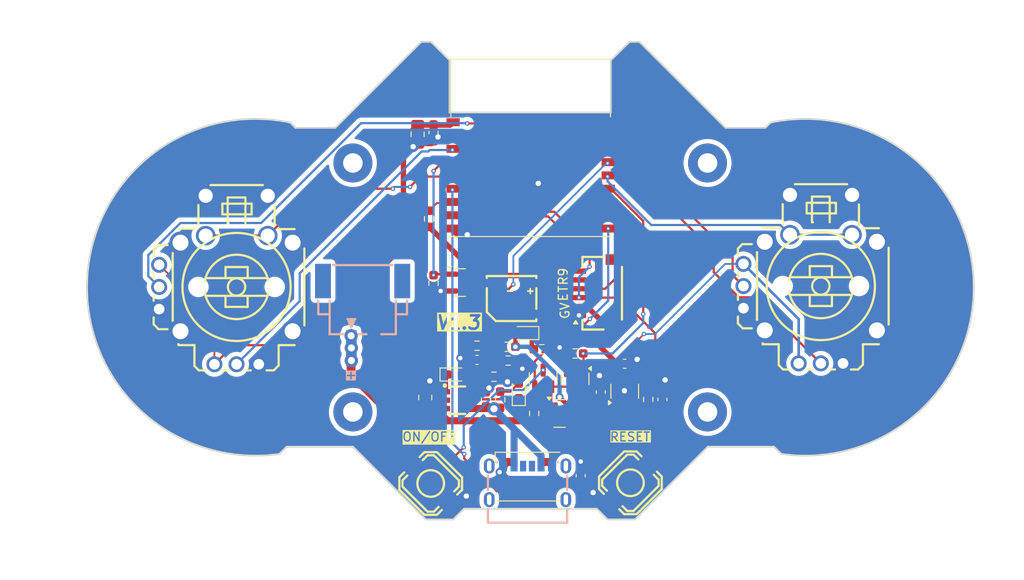
<source format=kicad_pcb>
(kicad_pcb (version 20240108) (generator "pcbnew") (generator_version "8.0")
  (layers (0 "F.Cu" signal) (31 "B.Cu" signal) (34 "B.Paste" user) (35 "F.Paste" user) (36 "B.SilkS" user "B.Silkscreen") (37 "F.SilkS" user "F.Silkscreen") (38 "B.Mask" user) (39 "F.Mask" user) (44 "Edge.Cuts" user))
  (net 0 "")
  (net 1 "/EN")
  (net 2 "GND")
  (net 3 "+3V3")
  (net 4 "Net-(U1-VCC)")
  (net 5 "+BATT")
  (net 6 "Net-(C6-Pad1)")
  (net 7 "VCC")
  (net 8 "Net-(Q1-G)")
  (net 9 "Net-(D1-K)")
  (net 10 "Net-(D1-A)")
  (net 11 "Net-(D2-K)")
  (net 15 "Net-(U1-PROG)")
  (net 16 "/TXD")
  (net 17 "/RXD")
  (net 18 "/IO9")
  (net 19 "/RGB")
  (net 20 "/POWER_EN")
  (net 21 "/ADC1_CH4")
  (net 22 "/ADC1_CH3")
  (net 23 "/ADC1_CH1")
  (net 24 "/ADC1_CH2")
  (net 25 "Net-(U4-IO8)")
  (net 26 "Net-(D4-C)")
  (net 27 "/KEY")
  (net 28 "/R_BUTTON")
  (net 29 "Net-(D5-K)")
  (net 31 "/ADC1_CH0")
  (net 32 "/BEEPER")
  (net 33 "/L_BUTTON")
  (net 35 "Net-(BUZZER2--)")
  (footprint "LED_SMD:LED_WS2812B_PLCC4_5.0x5.0mm_P3.2mm" (layer "F.Cu") (at 123 102.3 180)
    (property "Reference" "D3" (hide yes))
    (property "Value" "WS2812B")
  )
  (footprint "Package_TO_SOT_SMD:SOT-23" (layer "F.Cu") (at 115.3575 80.4)
    (property "Reference" "Q3" (hide yes))
    (property "Value" "AllPower__AP2300")
  )
  (footprint "Capacitor_SMD:C_0603_1608Metric_Pad1.08x0.95mm_HandSolder" (layer "F.Cu") (at 118.3125 93.575 90)
    (property "Reference" "C4" (hide yes))
    (property "Value" "1u" (hide yes))
  )
  (footprint "kicadLib:CONN-SMD_6P-P1.00_XYECONN_XY-SH1.0-6A61" (layer "F.Cu") (at 130.8 81.6 90)
    (property "Reference" "J3" (hide yes))
    (property "Value" "Conn_01x06")
  )
  (footprint "Package_TO_SOT_SMD:SOT-23-5" (layer "F.Cu") (at 133.9625 92.6625 90)
    (property "Reference" "U3" (hide yes))
    (property "Value" "XC6220B331MR")
  )
  (footprint "MountingHole:MountingHole_2.2mm_M2_Pad" (layer "F.Cu") (at 103.3 95)
    (property "Reference" "H1" (hide yes))
    (property "Value" "MountingHole" (hide yes))
  )
  (footprint "Resistor_SMD:R_0603_1608Metric_Pad0.98x0.95mm_HandSolder" (layer "F.Cu") (at 112.4 80.475 90)
    (property "Reference" "R11" (hide yes))
    (property "Value" "33k")
  )
  (footprint "Package_TO_SOT_SMD:SOT-23" (layer "F.Cu") (at 128.3625 91.2625 -90)
    (property "Reference" "Q2" (hide yes))
    (property "Value" "AllPower__AP2300")
  )
  (footprint "Capacitor_SMD:C_0603_1608Metric_Pad1.08x0.95mm_HandSolder" (layer "F.Cu") (at 131.2625 92.7625 90)
    (property "Reference" "C7" (hide yes))
    (property "Value" "1u")
  )
  (footprint "espController:SW-SMD_L6.0-W6.0-P6.00-LS6.6" (layer "F.Cu") (at 134.6 103 45)
    (property "Reference" "SW1" (hide yes))
    (property "Value" "TS-1199A-B-B")
  )
  (footprint "espController:SW-TH_RKJXV1224005" (layer "F.Cu") (at 88.978 80.111 180)
    (property "Reference" "SW2" (hide yes))
    (property "Value" "RKJXV1224005")
  )
  (footprint "Resistor_SMD:R_0603_1608Metric_Pad0.98x0.95mm_HandSolder" (layer "F.Cu") (at 136.6125 93.5875 90)
    (property "Reference" "R1" (hide yes))
    (property "Value" "10k")
  )
  (footprint "Resistor_SMD:R_0603_1608Metric_Pad0.98x0.95mm_HandSolder" (layer "F.Cu") (at 124.6125 87.925)
    (property "Reference" "R10" (hide yes))
    (property "Value" "5k")
  )
  (footprint "Resistor_SMD:R_0603_1608Metric_Pad0.98x0.95mm_HandSolder" (layer "F.Cu") (at 119.9125 93.625 90)
    (property "Reference" "R3" (hide yes))
    (property "Value" "1k" (hide yes))
  )
  (footprint "Resistor_SMD:R_0603_1608Metric_Pad0.98x0.95mm_HandSolder" (layer "F.Cu") (at 120.8125 89.203989 180)
    (property "Reference" "R6" (hide yes))
    (property "Value" "3m")
  )
  (footprint "Resistor_SMD:R_0603_1608Metric_Pad0.98x0.95mm_HandSolder" (layer "F.Cu") (at 123.75 95.175 90)
    (property "Reference" "R8" (hide yes))
    (property "Value" "33k")
  )
  (footprint "LED_SMD:LED_0603_1608Metric_Pad1.05x0.95mm_HandSolder" (layer "F.Cu") (at 122.0125 92.625 90)
    (property "Reference" "D2" (hide yes))
    (property "Value" "BLUE" (hide yes))
  )
  (footprint "Capacitor_SMD:C_0805_2012Metric_Pad1.18x1.45mm_HandSolder" (layer "F.Cu") (at 110.6 63.6625 -90)
    (property "Reference" "C2" (hide yes))
    (property "Value" "10u")
  )
  (footprint "Capacitor_SMD:C_0603_1608Metric_Pad1.08x0.95mm_HandSolder" (layer "F.Cu") (at 117.3 89.125 180)
    (property "Reference" "C6" (hide yes))
    (property "Value" "100n")
  )
  (footprint "Capacitor_SMD:C_0603_1608Metric_Pad1.08x0.95mm_HandSolder" (layer "F.Cu") (at 138.2125 93.5875 90)
    (property "Reference" "C1" (hide yes))
    (property "Value" "100n")
  )
  (footprint "MountingHole:MountingHole_2.2mm_M2_Pad" (layer "F.Cu") (at 143.3 95)
    (property "Reference" "H3" (hide yes))
    (property "Value" "MountingHole" (hide yes))
  )
  (footprint "LED_SMD:LED_0603_1608Metric_Pad1.05x0.95mm_HandSolder" (layer "F.Cu") (at 122.6125 86.1 180)
    (property "Reference" "D5" (hide yes))
    (property "Value" "GREEN")
  )
  (footprint "MountingHole:MountingHole_2.2mm_M2_Pad" (layer "F.Cu") (at 103.3 66.9)
    (property "Reference" "H4" (hide yes))
    (property "Value" "MountingHole" (hide yes))
  )
  (footprint "Resistor_SMD:R_0603_1608Metric_Pad0.98x0.95mm_HandSolder" (layer "F.Cu") (at 119.2125 91.025 180)
    (property "Reference" "R4" (hide yes))
    (property "Value" "1.5k" (hide yes))
  )
  (footprint "espController:SW-SMD_L6.0-W6.0-P6.00-LS6.6" (layer "F.Cu") (at 112.07868 103.07868 135)
    (property "Reference" "SW5" (hide yes))
    (property "Value" "TS-1199A-B-B")
  )
  (footprint "Package_TO_SOT_SMD:SOT-23" (layer "F.Cu") (at 124.7625 91.2125 90)
    (property "Reference" "D4" (hide yes))
    (property "Value" "BAT54C")
  )
  (footprint "Resistor_SMD:R_0603_1608Metric_Pad0.98x0.95mm_HandSolder" (layer "F.Cu") (at 117.3 87.525)
    (property "Reference" "R7" (hide yes))
    (property "Value" "1k")
  )
  (footprint "LED_SMD:LED_0603_1608Metric_Pad1.05x0.95mm_HandSolder" (layer "F.Cu") (at 114.7875 90.775)
    (property "Reference" "D1" (hide yes))
    (property "Value" "RED" (hide yes))
  )
  (footprint "Package_TO_SOT_SMD:SOT-23" (layer "F.Cu") (at 126.6125 95.175)
    (property "Reference" "Q1" (hide yes))
    (property "Value" "AO3401")
  )
  (footprint "espController:ESP32-C3-WROOM-02" (layer "F.Cu") (at 123.35 68.2)
    (property "Reference" "U4" (hide yes))
    (property "Value" "ESP32-C3-WROOM-02-N4")
  )
  (footprint "Capacitor_SMD:C_0603_1608Metric_Pad1.08x0.95mm_HandSolder" (layer "F.Cu") (at 129 102.2 -90)
    (property "Reference" "C11" (hide yes))
    (property "Value" "100n")
  )
  (footprint "Resistor_SMD:R_0603_1608Metric_Pad0.98x0.95mm_HandSolder" (layer "F.Cu") (at 120.722022 87.645)
    (property "Reference" "R5" (hide yes))
    (property "Value" "2m")
  )
  (footprint "Capacitor_SMD:C_0805_2012Metric_Pad1.18x1.45mm_HandSolder" (layer "F.Cu") (at 111.4625 93.375 90)
    (property "Reference" "C5" (hide yes))
    (property "Value" "10u" (hide yes))
  )
  (footprint "espController:SW-TH_RKJXV1224005" (layer "F.Cu") (at 154.878 80.011 180)
    (property "Reference" "SW3" (hide yes))
    (property "Value" "RKJXV1224005")
  )
  (footprint "Resistor_SMD:R_0603_1608Metric_Pad0.98x0.95mm_HandSolder" (layer "F.Cu") (at 111.9 73.2 -90)
    (property "Reference" "R2" (hide yes))
    (property "Value" "10k")
  )
  (footprint "espController:SOT-23-6_L2.9-W1.6-P0.95-LS2.8-BR" (layer "F.Cu") (at 115.0625 93.675 180)
    (property "Reference" "U1" (hide yes))
    (property "Value" "TP4059" (hide yes))
  )
  (footprint "Resistor_SMD:R_0603_1608Metric_Pad0.98x0.95mm_HandSolder" (layer "F.Cu") (at 128.3625 88.4)
    (property "Reference" "R9" (hide yes))
    (property "Value" "33k")
  )
  (footprint "MountingHole:MountingHole_2.2mm_M2_Pad" (layer "F.Cu") (at 143.3 66.9)
    (property "Reference" "H2" (hide yes))
    (property "Value" "MountingHole" (hide yes))
  )
  (footprint "Capacitor_SMD:C_0603_1608Metric_Pad1.08x0.95mm_HandSolder" (layer "F.Cu") (at 133.9625 89.5625)
    (property "Reference" "C9" (hide yes))
    (property "Value" "1u")
  )
  (footprint "espController:BUZ-SMD_L5.0-W5.5-P4.60" (layer "F.Cu") (at 121.2 82.2 180)
    (property "Reference" "BUZZER2" (hide yes))
    (property "Value" "MLT-5020_COPY")
  )
  (footprint "Capacitor_SMD:C_0603_1608Metric_Pad1.08x0.95mm_HandSolder" (layer "F.Cu") (at 112.4 63.4625 -90)
    (property "Reference" "C3" (hide yes))
    (property "Value" "100n")
  )
  (footprint "bat_rf:USB-C-SMD_HX-TYPE-C-6PIN" (layer "B.Cu") (at 123 103 180)
    (property "Reference" "J1" (hide yes))
    (property "Value" "USB_C_Receptacle_PowerOnly_6P" (hide yes))
  )
  (footprint "espController:CONN-SMD_2P-P2.54-XH2.54-WT" (layer "B.Cu") (at 104.4 84)
    (property "Reference" "J2" (hide yes))
    (property "Value" "Bat")
  )
  (gr_line (start 135.619887 53.230006) (end 134.519912 53.230006) (stroke (width 0.2)) (layer "Edge.Cuts"))
  (gr_line (start 114.2 61.2) (end 114.2 55.3) (stroke (width 0.2)) (layer "Edge.Cuts"))
  (gr_line (start 134.519912 53.230006) (end 132.4 55.3) (stroke (width 0.2)) (layer "Edge.Cuts"))
  (gr_line (start 150.414172 62.335823) (end 149.819963 62.930006) (stroke (width 0.2)) (layer "Edge.Cuts"))
  (gr_line (start 112.119861 53.230006) (end 111.019912 53.230006) (stroke (width 0.2)) (layer "Edge.Cuts"))
  (gr_line (start 145.319887 62.930006) (end 135.619887 53.230006) (stroke (width 0.2)) (layer "Edge.Cuts"))
  (gr_line (start 95.011446 99.738421) (end 95.011505 99.738413) (stroke (width 0.2)) (layer "Edge.Cuts"))
  (gr_line (start 114.619938 107.130082) (end 115.819861 105.930006) (stroke (width 0.2)) (layer "Edge.Cuts"))
  (gr_line (start 130.819912 105.930006) (end 132.019963 107.130082) (stroke (width 0.2)) (layer "Edge.Cuts"))
  (gr_arc (start 95.011448 99.738419) (mid 73.32999 80.313514) (end 96.225677 62.335748) (stroke (width 0.2)) (layer "Edge.Cuts"))
  (gr_line (start 150.414222 62.335747) (end 150.414172 62.335823) (stroke (width 0.2)) (layer "Edge.Cuts"))
  (gr_line (start 143.320014 98.930006) (end 150.819963 98.930006) (stroke (width 0.2)) (layer "Edge.Cuts"))
  (gr_line (start 114.2 55.3) (end 112.119861 53.230006) (stroke (width 0.2)) (layer "Edge.Cuts"))
  (gr_line (start 115.819861 105.930006) (end 123.319963 105.930006) (stroke (width 0.2)) (layer "Edge.Cuts"))
  (gr_line (start 132.019963 107.130082) (end 135.119938 107.130082) (stroke (width 0.2)) (layer "Edge.Cuts"))
  (gr_line (start 95.011429 99.738439) (end 95.011446 99.738421) (stroke (width 0.2)) (layer "Edge.Cuts"))
  (gr_line (start 123.319963 105.930006) (end 130.819912 105.930006) (stroke (width 0.2)) (layer "Edge.Cuts"))
  (gr_line (start 149.819963 62.930006) (end 145.319887 62.930006) (stroke (width 0.2)) (layer "Edge.Cuts"))
  (gr_line (start 111.519836 107.130082) (end 114.619938 107.130082) (stroke (width 0.2)) (layer "Edge.Cuts"))
  (gr_line (start 95.819811 98.930006) (end 103.319887 98.930006) (stroke (width 0.2)) (layer "Edge.Cuts"))
  (gr_line (start 150.819963 98.930006) (end 151.628336 99.738405) (stroke (width 0.2)) (layer "Edge.Cuts"))
  (gr_line (start 96.819811 62.930006) (end 96.225627 62.335823) (stroke (width 0.2)) (layer "Edge.Cuts"))
  (gr_arc (start 150.414222 62.335747) (mid 173.310074 80.313567) (end 151.628336 99.738405) (stroke (width 0.2)) (layer "Edge.Cuts"))
  (gr_line (start 103.319887 98.930006) (end 111.519836 107.130082) (stroke (width 0.2)) (layer "Edge.Cuts"))
  (gr_line (start 135.119938 107.130082) (end 143.320014 98.930006) (stroke (width 0.2)) (layer "Edge.Cuts"))
  (gr_line (start 96.225627 62.335823) (end 96.225677 62.335748) (stroke (width 0.2)) (layer "Edge.Cuts"))
  (gr_line (start 132.4 61.2) (end 114.2 61.2) (stroke (width 0.2)) (layer "Edge.Cuts"))
  (gr_line (start 95.011505 99.738413) (end 95.011429 99.738439) (stroke (width 0.2)) (layer "Edge.Cuts"))
  (gr_line (start 111.019912 53.230006) (end 101.319887 62.930006) (stroke (width 0.2)) (layer "Edge.Cuts"))
  (gr_line (start 101.319887 62.930006) (end 96.819811 62.930006) (stroke (width 0.2)) (layer "Edge.Cuts"))
  (gr_line (start 95.011448 99.738419) (end 95.819811 98.930006) (stroke (width 0.2)) (layer "Edge.Cuts"))
  (gr_line (start 132.4 55.3) (end 132.4 61.2) (stroke (width 0.2)) (layer "Edge.Cuts"))
  (gr_text "+" (at 103.8 91.4 -0) (layer "B.SilkS" knockout) (effects (font (size 1 1)) (justify left bottom mirror)))
  (gr_text "T" (at 127.6 81.6 90) (layer "F.SilkS") (effects (font (size 1 1)) (justify left bottom)))
  (gr_text "V1.3" (at 112.6 85.8 0) (layer "F.SilkS" knockout) (effects (font (size 1.5 1.5) (thickness 0.3) (bold yes) (italic yes)) (justify left bottom)))
  (gr_text "9" (at 127.6 79.8 90) (layer "F.SilkS") (effects (font (size 1 1)) (justify left bottom)))
  (gr_text "G" (at 127.8 84.6 90) (layer "F.SilkS") (effects (font (size 1 1)) (justify left bottom)))
  (gr_text "E" (at 127.6 82.6 90) (layer "F.SilkS") (effects (font (size 1 1)) (justify left bottom)))
  (gr_text "R" (at 127.6 80.8 90) (layer "F.SilkS") (effects (font (size 1 1)) (justify left bottom)))
  (gr_text "ON/OFF" (at 108.8 98.4 0) (layer "F.SilkS" knockout) (effects (font (size 1 1)) (justify left bottom)))
  (gr_text "RESET" (at 132.2 98.4 0) (layer "F.SilkS" knockout) (effects (font (size 1 1)) (justify left bottom)))
  (gr_text "V" (at 127.8 83.6 90) (layer "F.SilkS") (effects (font (size 1 1)) (justify left bottom)))
  (segment (start 138.1625 94.5) (end 138.2125 94.45) (width 0.6) (layer "F.Cu") (net 1))
  (segment (start 126 72.4) (end 123.8 72.4) (width 0.25) (layer "F.Cu") (net 1))
  (segment (start 136.6125 94.5) (end 136.6125 100.76986) (width 0.25) (layer "F.Cu") (net 1))
  (segment (start 137.4125 86.136153) (end 137.4125 94.3) (width 0.25) (layer "F.Cu") (net 1))
  (segment (start 136.6125 94.5) (end 137.6125 94.5) (width 0.6) (layer "F.Cu") (net 1))
  (segment (start 137.4125 94.3) (end 137.6125 94.5) (width 0.25) (layer "F.Cu") (net 1))
  (segment (start 130.002494 78.598753) (end 130.002494 76.402494) (width 0.25) (layer "F.Cu") (net 1))
  (segment (start 136.6125 100.76986) (end 136.72132 100.87868) (width 0.25) (layer "F.Cu") (net 1))
  (segment (start 130.002494 76.402494) (end 126 72.4) (width 0.25) (layer "F.Cu") (net 1))
  (segment (start 137.6125 94.5) (end 138.1625 94.5) (width 0.6) (layer "F.Cu") (net 1))
  (segment (start 115.332822 63.932822) (end 114.525107 63.932822) (width 0.25) (layer "F.Cu") (net 1))
  (segment (start 128.8 82.1) (end 133.376347 82.1) (width 0.25) (layer "F.Cu") (net 1))
  (segment (start 133.376347 82.1) (end 137.4125 86.136153) (width 0.25) (layer "F.Cu") (net 1))
  (segment (start 123.8 72.4) (end 115.332822 63.932822) (width 0.25) (layer "F.Cu") (net 1))
  (via (at 130.002494 78.598753) (size 0.5) (drill 0.25) (layers "F.Cu" "B.Cu") (net 1))
  (via (at 128.8 82.1) (size 0.5) (drill 0.25) (layers "F.Cu" "B.Cu") (net 1))
  (segment (start 130.002494 78.598753) (end 128.8 79.801247) (width 0.25) (layer "B.Cu") (net 1))
  (segment (start 128.8 79.801247) (end 128.8 82.1) (width 0.25) (layer "B.Cu") (net 1))
  (segment (start 126 88.4) (end 125.525 87.925) (width 0.5) (layer "F.Cu") (net 2))
  (segment (start 119.848624 101.793644) (end 120.55 101.092268) (width 0.5) (layer "F.Cu") (net 2))
  (segment (start 125.41 69.6) (end 125.41 68.5) (width 0.5) (layer "F.Cu") (net 2))
  (segment (start 134.865242 89.5625) (end 134.825 89.5625) (width 0.6) (layer "F.Cu") (net 2))
  (segment (start 123.21 67.4) (end 125.41 67.4) (width 0.25) (layer "F.Cu") (net 2))
  (segment (start 133.9625 93.8) (end 133.9625 92.647786) (width 0.6) (layer "F.Cu") (net 2))
  (segment (start 112.6 64.325) (end 110.975 64.325) (width 0.6) (layer "F.Cu") (net 2))
  (segment (start 125.41 67.4) (end 125.41 68.5) (width 0.25) (layer "F.Cu") (net 2))
  (segment (start 121.725 89.4375) (end 122.4125 90.125) (width 0.5) (layer "F.Cu") (net 2))
  (segment (start 115.6125 89.125) (end 115.4125 88.925) (width 0.5) (layer "F.Cu") (net 2))
  (segment (start 120.155237 91.025) (end 120.737501 91.607264) (width 0.5) (layer "F.Cu") (net 2))
  (segment (start 125.36 68.1) (end 125.31 68.1) (width 0.6) (layer "F.Cu") (net 2))
  (segment (start 111.4625 92.013048) (end 111.4625 92.3375) (width 0.6) (layer "F.Cu") (net 2))
  (segment (start 121.725 89.203989) (end 121.725 89.4375) (width 0.5) (layer "F.Cu") (net 2))
  (segment (start 125.36 68.1) (end 124.26 68.1) (width 0.6) (layer "F.Cu") (net 2))
  (segment (start 120.125 91.025) (end 120.155237 91.025) (width 0.5) (layer "F.Cu") (net 2))
  (segment (start 120.55 101.092268) (end 120.55 100.65) (width 0.5) (layer "F.Cu") (net 2))
  (segment (start 110.975 64.325) (end 110.6 64.7) (width 0.6) (layer "F.Cu") (net 2))
  (segment (start 127.45 90.2875) (end 127.4125 90.325) (width 0.5) (layer "F.Cu") (net 2))
  (segment (start 114.3 105.2) (end 115.4 105.2) (width 0.6) (layer "F.Cu") (net 2))
  (segment (start 127.2875 88.4) (end 126.6125 87.725) (width 0.5) (layer "F.Cu") (net 2))
  (segment (start 129 101.3375) (end 129 100.6) (width 0.5) (layer "F.Cu") (net 2))
  (segment (start 118.3125 92.634141) (end 118.650351 92.29629) (width 0.5) (layer "F.Cu") (net 2))
  (segment (start 114.42 81.35) (end 113.2 81.35) (width 0.3) (layer "F.Cu") (net 2))
  (segment (start 133.9625 92.647786) (end 133.923177 92.608463) (width 0.6) (layer "F.Cu") (net 2))
  (segment (start 126.4125 87.925) (end 126.6125 87.725) (width 0.5) (layer "F.Cu") (net 2))
  (segment (start 127.45 88.4) (end 127.45 90.2875) (width 0.5) (layer "F.Cu") (net 2))
  (segment (start 138.2125 92.725) (end 138.2125 91.6875) (width 0.6) (layer "F.Cu") (net 2))
  (segment (start 112.6 64.625) (end 111.275 64.625) (width 0.6) (layer "F.Cu") (net 2))
  (segment (start 113.1625 81.3875) (end 113.2 81.35) (width 0.5) (layer "F.Cu") (net 2))
  (segment (start 138.2125 91.6875) (end 138.5125 91.3875) (width 0.6) (layer "F.Cu") (net 2))
  (segment (start 111.981524 91.494024) (end 111.4625 92.013048) (width 0.6) (layer "F.Cu") (net 2))
  (segment (start 112.6 64.325) (end 112.6 64.2625) (width 0.6) (layer "F.Cu") (net 2))
  (segment (start 112.4 81.3875) (end 113.1625 81.3875) (width 0.5) (layer "F.Cu") (net 2))
  (segment (start 112.8125 93.675) (end 113.7125 93.675) (width 0.6) (layer "F.Cu") (net 2))
  (segment (start 115.092285 75) (end 116.2 75) (width 0.6) (layer "F.Cu") (net 2))
  (segment (start 115.4 105.2) (end 116.1 104.5) (width 0.6) (layer "F.Cu") (net 2))
  (segment (start 124.26 68.1) (end 123.16 69.2) (width 0.6) (layer "F.Cu") (net 2))
  (segment (start 123.21 67.4) (end 123.21 68.5) (width 0.25) (layer "F.Cu") (net 2))
  (segment (start 125.525 87.925) (end 126.4125 87.925) (width 0.5) (layer "F.Cu") (net 2))
  (segment (start 127.45 88.4) (end 127.2875 88.4) (width 0.5) (layer "F.Cu") (net 2))
  (segment (start 111.981524 92.844024) (end 112.8125 93.675) (width 0.6) (layer "F.Cu") (net 2))
  (segment (start 125.36 68.1) (end 123.16 68.1) (width 0.6) (layer "F.Cu") (net 2))
  (segment (start 125.31 68.1) (end 124.21 69.2) (width 0.6) (layer "F.Cu") (net 2))
  (segment (start 112.6 64.2625) (end 112.9 63.9625) (width 0.6) (layer "F.Cu") (net 2))
  (segment (start 127.45 88.4) (end 126 88.4) (width 0.5) (layer "F.Cu") (net 2))
  (segment (start 111.981524 91.494024) (end 111.981524 92.844024) (width 0.6) (layer "F.Cu") (net 2))
  (segment (start 118.3125 92.7125) (end 118.3125 92.634141) (width 0.5) (layer "F.Cu") (net 2))
  (segment (start 131.52132 105.22132) (end 130.4 104.1) (width 0.6) (layer "F.Cu") (net 2))
  (segment (start 132.27868 105.22132) (end 131.52132 105.22132) (width 0.6) (layer "F.Cu") (net 2))
  (segment (start 112.1625 64.7) (end 112.9 63.9625) (width 0.6) (layer "F.Cu") (net 2))
  (segment (start 110.6 64.7) (end 112.1625 64.7) (width 0.6) (layer "F.Cu") (net 2))
  (segment (start 114.525107 74.432822) (end 115.092285 75) (width 0.6) (layer "F.Cu") (net 2))
  (segment (start 116.4375 89.125) (end 115.6125 89.125) (width 0.5) (layer "F.Cu") (net 2))
  (segment (start 135.361286 89.066456) (end 134.865242 89.5625) (width 0.6) (layer "F.Cu") (net 2))
  (via (at 129 100.6) (size 0.9) (drill 0.5) (layers "F.Cu" "B.Cu") (net 2))
  (via blind (at 112.9 63.9625) (size 1.2) (drill 0.6) (layers "F.Cu" "B.Cu") (net 2))
  (via (at 126.6125 87.725) (size 0.9) (drill 0.5) (layers "F.Cu" "B.Cu") (net 2))
  (via blind (at 111.981524 91.494024) (size 1.2) (drill 0.6) (layers "F.Cu" "B.Cu") (net 2))
  (via (at 116.2 75) (size 1.2) (drill 0.6) (layers "F.Cu" "B.Cu") (net 2))
  (via (at 135.361286 89.066456) (size 1.2) (drill 0.6) (layers "F.Cu" "B.Cu") (net 2))
  (via blind (at 110.1 65.0625) (size 1.2) (drill 0.6) (layers "F.Cu" "B.Cu") (net 2))
  (via (at 133.923177 92.608463) (size 1.2) (drill 0.6) (layers "F.Cu" "B.Cu") (net 2))
  (via (at 130.4 104.1) (size 1.2) (drill 0.6) (layers "F.Cu" "B.Cu") (net 2))
  (via blind (at 120.737501 91.607264) (size 1.2) (drill 0.6) (layers "F.Cu" "B.Cu") (net 2))
  (via (at 116.1 104.5) (size 1.2) (drill 0.6) (layers "F.Cu" "B.Cu") (net 2))
  (via (at 119.848624 101.793644) (size 0.9) (drill 0.5) (layers "F.Cu" "B.Cu") (net 2))
  (via (at 113.2 81.35) (size 0.9) (drill 0.5) (layers "F.Cu" "B.Cu") (net 2))
  (via (at 128.8 84.1) (size 0.9) (drill 0.5) (layers "F.Cu" "B.Cu") (net 2))
  (via (at 138.5125 91.3875) (size 1.2) (drill 0.6) (layers "F.Cu" "B.Cu") (net 2))
  (via blind (at 124.21 69.2) (size 1.2) (drill 0.6) (layers "F.Cu" "B.Cu") (net 2))
  (via (at 115.4125 88.925) (size 0.9) (drill 0.5) (layers "F.Cu" "B.Cu") (net 2))
  (via (at 131.1125 90.9) (size 1.2) (drill 0.6) (layers "F.Cu" "B.Cu") (net 2))
  (via (at 122.4125 90.125) (size 0.9) (drill 0.5) (layers "F.Cu" "B.Cu") (net 2))
  (via blind (at 118.650351 92.29629) (size 1.2) (drill 0.6) (layers "F.Cu" "B.Cu") (net 2))
  (segment (start 119.848624 101.793644) (end 119.848624 101.521376) (width 0.5) (layer "B.Cu") (net 2))
  (segment (start 119.848624 101.521376) (end 120.25 101.12) (width 0.5) (layer "B.Cu") (net 2))
  (segment (start 120.25 101.27) (end 120.25 101.12) (width 0.5) (layer "B.Cu") (net 2))
  (segment (start 131.3 84.7) (end 129.7 83.1) (width 0.6) (layer "F.Cu") (net 3))
  (segment (start 136.6125 91.921948) (end 135.215552 90.525) (width 0.2) (layer "F.Cu") (net 3))
  (segment (start 109 64.225) (end 109 71.2125) (width 0.6) (layer "F.Cu") (net 3))
  (segment (start 117.3875 79.6) (end 112.29375 74.50625) (width 0.6) (layer "F.Cu") (net 3))
  (segment (start 110.6 62.625) (end 114.275 62.625) (width 0.6) (layer "F.Cu") (net 3))
  (segment (start 112.29375 74.50625) (end 111.9 74.1125) (width 0.6) (layer "F.Cu") (net 3))
  (segment (start 133.1 89.5625) (end 133.1 91.4375) (width 0.8) (layer "F.Cu") (net 3))
  (segment (start 133.1 89.2375) (end 136.130913 86.206587) (width 0.2) (layer "F.Cu") (net 3))
  (segment (start 122.65 79.6) (end 117.3875 79.6) (width 0.6) (layer "F.Cu") (net 3))
  (segment (start 81.451 78.392) (end 87.681 84.622) (width 0.2) (layer "F.Cu") (net 3))
  (segment (start 133.1 89.5125) (end 133.1 89.5625) (width 0.8) (layer "F.Cu") (net 3))
  (segment (start 133.1 89.5625) (end 131.3 87.7625) (width 0.6) (layer "F.Cu") (net 3))
  (segment (start 135.215552 90.525) (end 134.0125 90.525) (width 0.2) (layer "F.Cu") (net 3))
  (segment (start 110.6 62.625) (end 109 64.225) (width 0.6) (layer "F.Cu") (net 3))
  (segment (start 133.1 91.4375) (end 133.0125 91.525) (width 0.8) (layer "F.Cu") (net 3))
  (segment (start 87.681 89.622) (end 89.836 87.467) (width 0.25) (layer "F.Cu") (net 3))
  (segment (start 111.4 74.1125) (end 111.9 74.1125) (width 0.25) (layer "F.Cu") (net 3))
  (segment (start 126.15 83.1) (end 123.5 80.45) (width 0.6) (layer "F.Cu") (net 3))
  (segment (start 109 71.2125) (end 112.29375 74.50625) (width 0.6) (layer "F.Cu") (net 3))
  (segment (start 136.6125 92.675) (end 136.6125 91.921948) (width 0.2) (layer "F.Cu") (net 3))
  (segment (start 131.3 87.7625) (end 131.3 84.7) (width 0.6) (layer "F.Cu") (net 3))
  (segment (start 129.7 83.1) (end 128.8 83.1) (width 0.6) (layer "F.Cu") (net 3))
  (segment (start 123.5 80.45) (end 122.65 79.6) (width 0.6) (layer "F.Cu") (net 3))
  (segment (start 114.275 62.625) (end 114.6 62.3) (width 0.6) (layer "F.Cu") (net 3))
  (segment (start 134.0125 90.525) (end 133.0125 91.525) (width 0.2) (layer "F.Cu") (net 3))
  (segment (start 133.1 89.5625) (end 133.1 89.2375) (width 0.2) (layer "F.Cu") (net 3))
  (segment (start 98.0455 87.467) (end 111.4 74.1125) (width 0.25) (layer "F.Cu") (net 3))
  (segment (start 89.836 87.467) (end 98.0455 87.467) (width 0.25) (layer "F.Cu") (net 3))
  (segment (start 87.681 84.622) (end 87.681 89.622) (width 0.2) (layer "F.Cu") (net 3))
  (segment (start 128.8 83.1) (end 126.15 83.1) (width 0.6) (layer "F.Cu") (net 3))
  (via (at 136.130913 86.206587) (size 0.5) (drill 0.25) (layers "F.Cu" "B.Cu") (net 3))
  (segment (start 153.581 84.522) (end 147.351 78.292) (width 0.3) (layer "B.Cu") (net 3))
  (segment (start 136.130913 86.206587) (end 137.373913 86.206587) (width 0.2) (layer "B.Cu") (net 3))
  (segment (start 137.373913 86.206587) (end 145.2885 78.292) (width 0.2) (layer "B.Cu") (net 3))
  (segment (start 145.2885 78.292) (end 147.351 78.292) (width 0.2) (layer "B.Cu") (net 3))
  (segment (start 153.581 89.522) (end 153.581 84.522) (width 0.3) (layer "B.Cu") (net 3))
  (segment (start 116.4125 94.625) (end 119.65 94.625) (width 0.8) (layer "F.Cu") (net 4))
  (segment (start 119.65 94.625) (end 119.7875 94.4875) (width 0.8) (layer "F.Cu") (net 4))
  (segment (start 119.1125 94.625) (end 116.4125 94.625) (width 0.8) (layer "F.Cu") (net 4))
  (via (at 119.2125 94.65) (size 1.5) (drill 0.8) (layers "F.Cu" "B.Cu") (net 4))
  (segment (start 124.52 99.88) (end 124.52 100.4) (width 0.8) (layer "B.Cu") (net 4))
  (segment (start 121.48 96.9175) (end 119.2125 94.65) (width 0.8) (layer "B.Cu") (net 4))
  (segment (start 124.52 100.4) (end 124.52 101.12) (width 0.8) (layer "B.Cu") (net 4))
  (segment (start 121.48 101.12) (end 121.48 96.9175) (width 0.8) (layer "B.Cu") (net 4))
  (segment (start 124.52 100.4) (end 124.52 99.9575) (width 0.8) (layer "B.Cu") (net 4))
  (segment (start 124.52 99.9575) (end 119.2125 94.65) (width 0.8) (layer "B.Cu") (net 4))
  (segment (start 103.1 90.69878) (end 106.81372 94.4125) (width 1) (layer "F.Cu") (net 5))
  (segment (start 111.675 94.625) (end 112.6125 94.625) (width 0.8) (layer "F.Cu") (net 5))
  (segment (start 112.6125 94.625) (end 113.7125 94.625) (width 0.8) (layer "F.Cu") (net 5))
  (segment (start 103.1 86.4) (end 103.1 88.590986) (width 0.8) (layer "F.Cu") (net 5))
  (segment (start 103.1 86.4) (end 103.1 88.1375) (width 0.8) (layer "F.Cu") (net 5))
  (segment (start 106.81372 94.4125) (end 111.4625 94.4125) (width 1) (layer "F.Cu") (net 5))
  (segment (start 113.9875 96) (end 124.8875 96) (width 0.8) (layer "F.Cu") (net 5))
  (segment (start 103.1 86.4) (end 103.1 90.69878) (width 1) (layer "F.Cu") (net 5))
  (segment (start 112.6125 94.625) (end 113.9875 96) (width 0.8) (layer "F.Cu") (net 5))
  (segment (start 111.4625 94.4125) (end 111.675 94.625) (width 0.8) (layer "F.Cu") (net 5))
  (via blind (at 103.1 86.4) (size 1.5) (drill 0.8) (layers "F.Cu" "B.Cu") (net 5))
  (via blind (at 103.13 89.2) (size 1.5) (drill 0.8) (layers "F.Cu" "B.Cu") (net 5))
  (via blind (at 103.13 87.775) (size 1.5) (drill 0.8) (layers "F.Cu" "B.Cu") (net 5))
  (segment (start 103.13 86.43) (end 103.1 86.4) (width 0.8) (layer "B.Cu") (net 5))
  (segment (start 103.13 87.775) (end 103.13 86.43) (width 0.8) (layer "B.Cu") (net 5))
  (segment (start 119.7875 89.125) (end 119.8175 89.155) (width 0.25) (layer "F.Cu") (net 6))
  (segment (start 119.8175 89.155) (end 119.8175 87.652978) (width 0.25) (layer "F.Cu") (net 6))
  (segment (start 118.1625 89.125) (end 119.7875 89.125) (width 0.25) (layer "F.Cu") (net 6))
  (segment (start 119.689522 87.525) (end 119.809522 87.645) (width 0.25) (layer "F.Cu") (net 6))
  (segment (start 118.2125 87.525) (end 119.689522 87.525) (width 0.25) (layer "F.Cu") (net 6))
  (segment (start 118.2125 89.075) (end 118.1625 89.125) (width 0.25) (layer "F.Cu") (net 6))
  (segment (start 119.8175 87.652978) (end 119.809522 87.645) (width 0.25) (layer "F.Cu") (net 6))
  (segment (start 118.2125 87.525) (end 118.2125 89.075) (width 0.25) (layer "F.Cu") (net 6))
  (segment (start 133.497684 95.0625) (end 134.516456 95.0625) (width 0.8) (layer "F.Cu") (net 7))
  (segment (start 131.2625 100.8) (end 129 103.0625) (width 0.25) (layer "F.Cu") (net 7))
  (segment (start 127.55 95.175) (end 127.55 94.2625) (width 0.5) (layer "F.Cu") (net 7))
  (segment (start 129.7125 95.175) (end 131.2625 93.625) (width 0.8) (layer "F.Cu") (net 7))
  (segment (start 125.45 103.95) (end 125.85 103.95) (width 0.25) (layer "F.Cu") (net 7))
  (segment (start 125.85 103.95) (end 126.7375 103.0625) (width 0.25) (layer "F.Cu") (net 7))
  (segment (start 133.0125 94.577316) (end 133.497684 95.0625) (width 0.8) (layer "F.Cu") (net 7))
  (segment (start 133.0125 93.8) (end 133.0125 94.577316) (width 0.8) (layer "F.Cu") (net 7))
  (segment (start 134.9125 94.666456) (end 134.9125 93.8) (width 0.8) (layer "F.Cu") (net 7))
  (segment (start 126.7375 103.0625) (end 129 103.0625) (width 0.25) (layer "F.Cu") (net 7))
  (segment (start 121.634522 86.202978) (end 121.7375 86.1) (width 0.5) (layer "F.Cu") (net 7))
  (segment (start 131.2625 93.625) (end 131.2625 100.8) (width 0.25) (layer "F.Cu") (net 7))
  (segment (start 127.55 94.2625) (end 126.6125 93.325) (width 0.5) (layer "F.Cu") (net 7))
  (segment (start 121.634522 87.645) (end 121.634522 86.202978) (width 0.5) (layer "F.Cu") (net 7))
  (segment (start 134.9125 93.8) (end 134.9125 94.9625) (width 0.25) (layer "F.Cu") (net 7))
  (segment (start 127.55 95.175) (end 129.7125 95.175) (width 0.8) (layer "F.Cu") (net 7))
  (segment (start 134.516456 95.0625) (end 134.9125 94.666456) (width 0.8) (layer "F.Cu") (net 7))
  (segment (start 132.8375 93.625) (end 133.0125 93.8) (width 0.8) (layer "F.Cu") (net 7))
  (segment (start 131.2625 93.625) (end 132.8375 93.625) (width 0.8) (layer "F.Cu") (net 7))
  (via (at 126.6125 93.325) (size 0.9) (drill 0.5) (layers "F.Cu" "B.Cu") (net 7))
  (via (at 121.634522 87.645) (size 0.9) (drill 0.5) (layers "F.Cu" "B.Cu") (net 7))
  (segment (start 126.6125 93.325) (end 126.6125 91.13505) (width 0.5) (layer "B.Cu") (net 7))
  (segment (start 123.12245 87.645) (end 121.634522 87.645) (width 0.5) (layer "B.Cu") (net 7))
  (segment (start 126.6125 91.13505) (end 123.12245 87.645) (width 0.5) (layer "B.Cu") (net 7))
  (segment (start 123.7875 94.225) (end 123.75 94.2625) (width 0.25) (layer "F.Cu") (net 8))
  (segment (start 125.675 94.225) (end 123.7875 94.225) (width 0.25) (layer "F.Cu") (net 8))
  (segment (start 125.675 94.225) (end 125.675 92.1875) (width 0.25) (layer "F.Cu") (net 8))
  (segment (start 125.7125 92.15) (end 128.3125 92.15) (width 0.25) (layer "F.Cu") (net 8))
  (segment (start 125.675 92.1875) (end 125.7125 92.15) (width 0.25) (layer "F.Cu") (net 8))
  (segment (start 128.3125 92.15) (end 128.3625 92.2) (width 0.25) (layer "F.Cu") (net 8))
  (segment (start 113.9125 92.525) (end 113.7125 92.725) (width 0.25) (layer "F.Cu") (net 9))
  (segment (start 113.9125 90.775) (end 113.9125 92.525) (width 0.25) (layer "F.Cu") (net 9))
  (segment (start 122.0125 91.225) (end 121.0125 90.225) (width 0.25) (layer "F.Cu") (net 10))
  (segment (start 119.9125 92.7125) (end 121.05 92.7125) (width 0.25) (layer "F.Cu") (net 10))
  (segment (start 121.0125 90.225) (end 116.2125 90.225) (width 0.25) (layer "F.Cu") (net 10))
  (segment (start 116.2125 90.225) (end 115.6625 90.775) (width 0.25) (layer "F.Cu") (net 10))
  (segment (start 121.05 92.7125) (end 122.0125 91.75) (width 0.25) (layer "F.Cu") (net 10))
  (segment (start 116.5125 93.575) (end 116.4125 93.675) (width 0.25) (layer "F.Cu") (net 11))
  (segment (start 121.9375 93.575) (end 116.5125 93.575) (width 0.25) (layer "F.Cu") (net 11))
  (segment (start 122.0125 93.5) (end 121.9375 93.575) (width 0.25) (layer "F.Cu") (net 11))
  (segment (start 118.1125 91.025) (end 116.4125 92.725) (width 0.8) (layer "F.Cu") (net 15))
  (segment (start 118.3 91.025) (end 118.1125 91.025) (width 0.8) (layer "F.Cu") (net 15))
  (segment (start 134.6 78.25) (end 131.75 81.1) (width 0.25) (layer "F.Cu") (net 16))
  (segment (start 131.75 81.1) (end 128.8 81.1) (width 0.25) (layer "F.Cu") (net 16))
  (segment (start 132.025107 71.432822) (end 132.832822 71.432822) (width 0.25) (layer "F.Cu") (net 16))
  (segment (start 132.832822 71.432822) (end 134.6 73.2) (width 0.25) (layer "F.Cu") (net 16))
  (segment (start 134.6 73.2) (end 134.6 78.25) (width 0.25) (layer "F.Cu") (net 16))
  (segment (start 131.675107 72.932822) (end 132.025107 72.932822) (width 0.25) (layer "F.Cu") (net 17))
  (segment (start 130.75 73.857929) (end 130.75 79.2) (width 0.25) (layer "F.Cu") (net 17))
  (segment (start 130.75 73.857929) (end 131.675107 72.932822) (width 0.25) (layer "F.Cu") (net 17))
  (segment (start 129.85 80.1) (end 130.75 79.2) (width 0.25) (layer "F.Cu") (net 17))
  (segment (start 128.8 80.1) (end 129.85 80.1) (width 0.25) (layer "F.Cu") (net 17))
  (segment (start 128.8 76.4) (end 125.332822 72.932822) (width 0.25) (layer "F.Cu") (net 18))
  (segment (start 125.332822 72.932822) (end 114.525107 72.932822) (width 0.25) (layer "F.Cu") (net 18))
  (segment (start 128.8 76.4) (end 128.8 79.1) (width 0.25) (layer "F.Cu") (net 18))
  (segment (start 115.856585 100.256585) (end 115.856585 99.756589) (width 0.25) (layer "F.Cu") (net 19))
  (segment (start 119.55 103.95) (end 115.856585 100.256585) (width 0.25) (layer "F.Cu") (net 19))
  (segment (start 120.55 103.95) (end 119.55 103.95) (width 0.25) (layer "F.Cu") (net 19))
  (via (at 114.525107 69.932822) (size 0.5) (drill 0.25) (layers "F.Cu" "B.Cu") (net 19))
  (via (at 115.856585 99.756589) (size 0.5) (drill 0.25) (layers "F.Cu" "B.Cu") (net 19))
  (segment (start 114.537607 96.427925) (end 114.537607 96) (width 0.2) (layer "B.Cu") (net 19))
  (segment (start 115.856585 99.756589) (end 115.743416 99.756589) (width 0.25) (layer "B.Cu") (net 19))
  (segment (start 115.856585 99.756589) (end 115.778771 99.756589) (width 0.2) (layer "B.Cu") (net 19))
  (segment (start 114.525107 98.53828) (end 114.525107 69.932822) (width 0.25) (layer "B.Cu") (net 19))
  (segment (start 114.525107 98.502925) (end 114.525107 96.0125) (width 0.25) (layer "B.Cu") (net 19))
  (segment (start 115.778771 99.756589) (end 114.525107 98.502925) (width 0.2) (layer "B.Cu") (net 19))
  (segment (start 115.743416 99.756589) (end 114.525107 98.53828) (width 0.25) (layer "B.Cu") (net 19))
  (segment (start 114.525107 96.0125) (end 114.537607 96) (width 0.25) (layer "B.Cu") (net 19))
  (segment (start 136.044759 73.444759) (end 136.044759 83.955239) (width 0.25) (layer "F.Cu") (net 20))
  (segment (start 129.3125 88.4375) (end 129.275 88.4) (width 0.25) (layer "F.Cu") (net 20))
  (segment (start 129.3125 90.325) (end 129.3125 88.4375) (width 0.25) (layer "F.Cu") (net 20))
  (segment (start 132.4 69.8) (end 136.044759 73.444759) (width 0.25) (layer "F.Cu") (net 20))
  (segment (start 132.1 69.8) (end 132.4 69.8) (width 0.25) (layer "F.Cu") (net 20))
  (segment (start 132.025107 69.932822) (end 132.828964 69.932822) (width 0.25) (layer "F.Cu") (net 20))
  (via (at 136.044759 83.955239) (size 0.5) (drill 0.25) (layers "F.Cu" "B.Cu") (net 20))
  (via (at 129.275 88.4) (size 0.5) (drill 0.25) (layers "F.Cu" "B.Cu") (net 20))
  (segment (start 136.044759 83.955239) (end 136.044759 84.955241) (width 0.25) (layer "B.Cu") (net 20))
  (segment (start 132.6 88.4) (end 129.275 88.4) (width 0.25) (layer "B.Cu") (net 20))
  (segment (start 132.6 88.4) (end 136.044759 84.955241) (width 0.25) (layer "B.Cu") (net 20))
  (via (at 114.525107 65.432822) (size 0.5) (drill 0.25) (layers "F.Cu" "B.Cu") (net 21))
  (segment (start 114.525107 65.432822) (end 111.967178 65.432822) (width 0.25) (layer "B.Cu") (net 21))
  (segment (start 111.8 65.6) (end 111.055 65.6) (width 0.25) (layer "B.Cu") (net 21))
  (segment (start 97.302 79.353) (end 97.302 82.5) (width 0.25) (layer "B.Cu") (net 21))
  (segment (start 111.967178 65.432822) (end 111.8 65.6) (width 0.25) (layer "B.Cu") (net 21))
  (segment (start 97.302 82.5) (end 90.18 89.622) (width 0.25) (layer "B.Cu") (net 21))
  (segment (start 111.055 65.6) (end 97.302 79.353) (width 0.25) (layer "B.Cu") (net 21))
  (segment (start 116.4 85.6) (end 121.4 80.6) (width 0.2) (layer "F.Cu") (net 22))
  (segment (start 116.3875 85.6125) (end 121.4 80.6) (width 0.25) (layer "F.Cu") (net 22))
  (segment (start 116.3875 85.6125) (end 116.4 85.6) (width 0.25) (layer "F.Cu") (net 22))
  (segment (start 116.3875 87.525) (end 116.3875 85.6125) (width 0.25) (layer "F.Cu") (net 22))
  (via (at 121.4 80.6) (size 0.5) (drill 0.25) (layers "F.Cu" "B.Cu") (net 22))
  (via (at 132.025107 66.932822) (size 0.5) (drill 0.25) (layers "F.Cu" "B.Cu") (net 22))
  (segment (start 121.4 77.4) (end 131.867178 66.932822) (width 0.2) (layer "B.Cu") (net 22))
  (segment (start 131.867178 66.932822) (end 132.025107 66.932822) (width 0.2) (layer "B.Cu") (net 22))
  (segment (start 121.4 80.6) (end 121.4 77.4) (width 0.2) (layer "B.Cu") (net 22))
  (segment (start 132.325107 63.932822) (end 132.025107 63.932822) (width 0.2) (layer "F.Cu") (net 23))
  (segment (start 146.126 79.567) (end 146.126 77.476) (width 0.25) (layer "F.Cu") (net 23))
  (segment (start 147.351 80.792) (end 146.126 79.567) (width 0.25) (layer "F.Cu") (net 23))
  (segment (start 146.126 77.476) (end 132.45 63.8) (width 0.25) (layer "F.Cu") (net 23))
  (segment (start 132.45 63.8) (end 132.1 63.8) (width 0.25) (layer "F.Cu") (net 23))
  (segment (start 148.625 82.067) (end 156.08 89.522) (width 0.25) (layer "F.Cu") (net 24))
  (segment (start 132.025107 65.432822) (end 132.325107 65.432822) (width 0.2) (layer "F.Cu") (net 24))
  (segment (start 132.1 65.3) (end 132.4 65.3) (width 0.25) (layer "F.Cu") (net 24))
  (segment (start 144 76.9) (end 144 79.223412) (width 0.25) (layer "F.Cu") (net 24))
  (segment (start 132.4 65.3) (end 144 76.9) (width 0.25) (layer "F.Cu") (net 24))
  (segment (start 144 79.223412) (end 146.843588 82.067) (width 0.25) (layer "F.Cu") (net 24))
  (segment (start 146.843588 82.067) (end 148.625 82.067) (width 0.25) (layer "F.Cu") (net 24))
  (segment (start 111.9 72.2875) (end 112.754678 71.432822) (width 0.2) (layer "F.Cu") (net 25))
  (segment (start 112.754678 71.432822) (end 114.525107 71.432822) (width 0.2) (layer "F.Cu") (net 25))
  (segment (start 109.95736 100.95736) (end 113.84264 100.95736) (width 0.25) (layer "F.Cu") (net 26))
  (segment (start 113.84264 100.95736) (end 115.8 99) (width 0.25) (layer "F.Cu") (net 26))
  (via (at 115.8 99) (size 0.5) (drill 0.25) (layers "F.Cu" "B.Cu") (net 26))
  (via (at 124.7625 90.275) (size 0.5) (drill 0.25) (layers "F.Cu" "B.Cu") (net 26))
  (segment (start 115.8 99) (end 115.8 96.54222) (width 0.25) (layer "B.Cu") (net 26))
  (segment (start 119.809956 92.532264) (end 122.505236 92.532264) (width 0.25) (layer "B.Cu") (net 26))
  (segment (start 115.8 96.54222) (end 119.809956 92.532264) (width 0.25) (layer "B.Cu") (net 26))
  (segment (start 122.505236 92.532264) (end 124.7625 90.275) (width 0.25) (layer "B.Cu") (net 26))
  (segment (start 123.8125 92.15) (end 123.8125 89.302076) (width 0.25) (layer "F.Cu") (net 27))
  (segment (start 126.960424 85.2) (end 129.338376 85.2) (width 0.25) (layer "F.Cu") (net 27))
  (segment (start 124.7125 87.447924) (end 126.960424 85.2) (width 0.25) (layer "F.Cu") (net 27))
  (segment (start 129.338376 85.2) (end 130.038857 84.499519) (width 0.25) (layer "F.Cu") (net 27))
  (segment (start 124.7125 88.402076) (end 124.7125 87.447924) (width 0.25) (layer "F.Cu") (net 27))
  (segment (start 123.8125 89.302076) (end 124.7125 88.402076) (width 0.25) (layer "F.Cu") (net 27))
  (via (at 132.1 74.3) (size 0.5) (drill 0.25) (layers "F.Cu" "B.Cu") (net 27))
  (via (at 130.038857 84.499519) (size 0.5) (drill 0.25) (layers "F.Cu" "B.Cu") (net 27))
  (segment (start 132.1 82.438376) (end 132.1 74.3) (width 0.25) (layer "B.Cu") (net 27))
  (segment (start 130.038857 84.499519) (end 132.1 82.438376) (width 0.25) (layer "B.Cu") (net 27))
  (via blind (at 132.025107 68.432822) (size 0.5) (drill 0.25) (layers "F.Cu" "B.Cu") (net 28))
  (segment (start 132.025107 68.432822) (end 132.025107 68.975107) (width 0.25) (layer "B.Cu") (net 28))
  (segment (start 136.950001 73.900001) (end 151.500001 73.900001) (width 0.25) (layer "B.Cu") (net 28))
  (segment (start 132.025107 68.975107) (end 136.950001 73.900001) (width 0.25) (layer "B.Cu") (net 28))
  (segment (start 151.500001 73.900001) (end 152.6 75) (width 0.25) (layer "B.Cu") (net 28))
  (segment (start 159.6 75) (end 152.6 75) (width 0.25) (layer "B.Cu") (net 28))
  (segment (start 123.4875 87.7125) (end 123.7 87.925) (width 0.5) (layer "F.Cu") (net 29))
  (segment (start 123.4875 86.1) (end 123.4875 87.7125) (width 0.5) (layer "F.Cu") (net 29))
  (segment (start 116.2 62.432822) (end 132.025107 62.432822) (width 0.25) (layer "F.Cu") (net 31))
  (via (at 116.2 62.432822) (size 0.5) (drill 0.25) (layers "F.Cu" "B.Cu") (net 31))
  (segment (start 83.844613 73.675) (end 80.226 77.293613) (width 0.25) (layer "B.Cu") (net 31))
  (segment (start 80.226 79.667) (end 81.451 80.892) (width 0.25) (layer "B.Cu") (net 31))
  (segment (start 116.167178 62.4) (end 104.22911 62.4) (width 0.25) (layer "B.Cu") (net 31))
  (segment (start 92.95411 73.675) (end 83.844613 73.675) (width 0.25) (layer "B.Cu") (net 31))
  (segment (start 116.2 62.432822) (end 116.167178 62.4) (width 0.25) (layer "B.Cu") (net 31))
  (segment (start 104.22911 62.4) (end 92.95411 73.675) (width 0.25) (layer "B.Cu") (net 31))
  (segment (start 80.226 77.293613) (end 80.226 79.667) (width 0.25) (layer "B.Cu") (net 31))
  (segment (start 114.525107 66.932822) (end 113.267178 66.932822) (width 0.25) (layer "F.Cu") (net 32))
  (segment (start 112.5125 79.45) (end 112.4 79.5625) (width 0.3) (layer "F.Cu") (net 32))
  (segment (start 114.42 79.45) (end 112.5125 79.45) (width 0.3) (layer "F.Cu") (net 32))
  (segment (start 113.267178 66.932822) (end 112.4 67.8) (width 0.25) (layer "F.Cu") (net 32))
  (via (at 112.4 79.5625) (size 0.5) (drill 0.25) (layers "F.Cu" "B.Cu") (net 32))
  (via (at 112.4 67.8) (size 0.5) (drill 0.25) (layers "F.Cu" "B.Cu") (net 32))
  (segment (start 112.4 79.5625) (end 112.4 67.8) (width 0.25) (layer "B.Cu") (net 32))
  (segment (start 99 69.8) (end 93.7 75.1) (width 0.25) (layer "F.Cu") (net 33))
  (segment (start 107.8 69.8) (end 99 69.8) (width 0.25) (layer "F.Cu") (net 33))
  (segment (start 93.7 75.1) (end 86.7 75.1) (width 0.25) (layer "F.Cu") (net 33))
  (segment (start 110.917178 68.432822) (end 109.75 69.6) (width 0.25) (layer "F.Cu") (net 33))
  (segment (start 114.525107 68.432822) (end 110.917178 68.432822) (width 0.25) (layer "F.Cu") (net 33))
  (via (at 107.8 69.8) (size 0.5) (drill 0.25) (layers "F.Cu" "B.Cu") (net 33))
  (via (at 109.75 69.6) (size 0.5) (drill 0.25) (layers "F.Cu" "B.Cu") (net 33))
  (segment (start 108 69.6) (end 107.8 69.8) (width 0.25) (layer "B.Cu") (net 33))
  (segment (start 109.75 69.6) (end 108 69.6) (width 0.25) (layer "B.Cu") (net 33))
  (segment (start 116.295 80.4) (end 118.85 80.4) (width 0.3) (layer "F.Cu") (net 35))
  (segment (start 118.85 80.4) (end 118.9 80.45) (width 0.3) (layer "F.Cu") (net 35))
  (zone (net 2) (net_name "GND") (layer "B.Cu") (connect_pads yes (clearance 0.5)) (min_thickness 0.25) (fill yes (thermal_gap 0.5) (thermal_bridge_width 0.5))
    (polygon (pts (xy 69 48.5) (xy 179 50) (xy 178 114) (xy 63.5 109)))
  )
)
</source>
